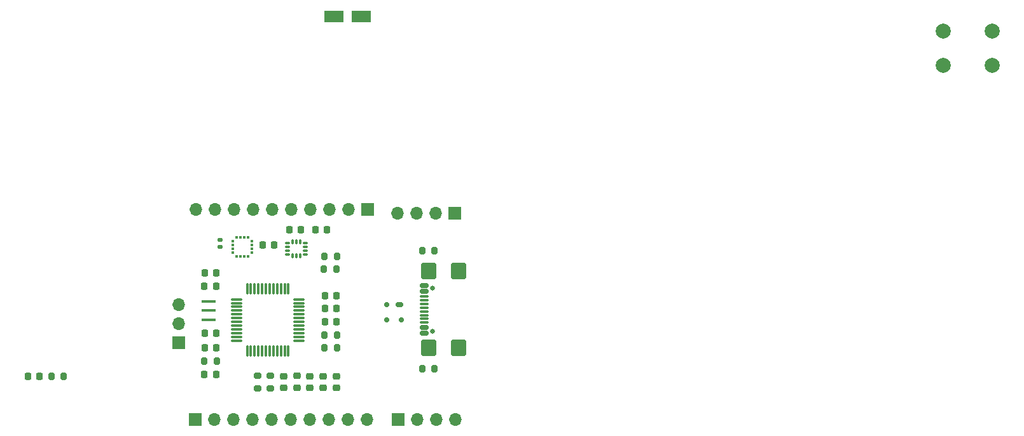
<source format=gbr>
%TF.GenerationSoftware,KiCad,Pcbnew,8.0.5-8.0.5-0~ubuntu24.04.1*%
%TF.CreationDate,2025-02-20T13:25:03+01:00*%
%TF.ProjectId,dev_board_M0,6465765f-626f-4617-9264-5f4d302e6b69,rev?*%
%TF.SameCoordinates,Original*%
%TF.FileFunction,Soldermask,Top*%
%TF.FilePolarity,Negative*%
%FSLAX46Y46*%
G04 Gerber Fmt 4.6, Leading zero omitted, Abs format (unit mm)*
G04 Created by KiCad (PCBNEW 8.0.5-8.0.5-0~ubuntu24.04.1) date 2025-02-20 13:25:03*
%MOMM*%
%LPD*%
G01*
G04 APERTURE LIST*
G04 Aperture macros list*
%AMRoundRect*
0 Rectangle with rounded corners*
0 $1 Rounding radius*
0 $2 $3 $4 $5 $6 $7 $8 $9 X,Y pos of 4 corners*
0 Add a 4 corners polygon primitive as box body*
4,1,4,$2,$3,$4,$5,$6,$7,$8,$9,$2,$3,0*
0 Add four circle primitives for the rounded corners*
1,1,$1+$1,$2,$3*
1,1,$1+$1,$4,$5*
1,1,$1+$1,$6,$7*
1,1,$1+$1,$8,$9*
0 Add four rect primitives between the rounded corners*
20,1,$1+$1,$2,$3,$4,$5,0*
20,1,$1+$1,$4,$5,$6,$7,0*
20,1,$1+$1,$6,$7,$8,$9,0*
20,1,$1+$1,$8,$9,$2,$3,0*%
G04 Aperture macros list end*
%ADD10RoundRect,0.218750X-0.218750X-0.256250X0.218750X-0.256250X0.218750X0.256250X-0.218750X0.256250X0*%
%ADD11RoundRect,0.200000X-0.200000X-0.275000X0.200000X-0.275000X0.200000X0.275000X-0.200000X0.275000X0*%
%ADD12RoundRect,0.225000X-0.225000X-0.250000X0.225000X-0.250000X0.225000X0.250000X-0.225000X0.250000X0*%
%ADD13RoundRect,0.250000X-1.050000X-0.550000X1.050000X-0.550000X1.050000X0.550000X-1.050000X0.550000X0*%
%ADD14RoundRect,0.225000X0.225000X0.250000X-0.225000X0.250000X-0.225000X-0.250000X0.225000X-0.250000X0*%
%ADD15RoundRect,0.200000X-0.275000X0.200000X-0.275000X-0.200000X0.275000X-0.200000X0.275000X0.200000X0*%
%ADD16RoundRect,0.075000X-0.662500X-0.075000X0.662500X-0.075000X0.662500X0.075000X-0.662500X0.075000X0*%
%ADD17RoundRect,0.075000X-0.075000X-0.662500X0.075000X-0.662500X0.075000X0.662500X-0.075000X0.662500X0*%
%ADD18RoundRect,0.087500X0.225000X0.087500X-0.225000X0.087500X-0.225000X-0.087500X0.225000X-0.087500X0*%
%ADD19RoundRect,0.087500X0.087500X0.225000X-0.087500X0.225000X-0.087500X-0.225000X0.087500X-0.225000X0*%
%ADD20RoundRect,0.175000X-0.325000X0.175000X-0.325000X-0.175000X0.325000X-0.175000X0.325000X0.175000X0*%
%ADD21RoundRect,0.150000X-0.150000X0.200000X-0.150000X-0.200000X0.150000X-0.200000X0.150000X0.200000X0*%
%ADD22RoundRect,0.250000X0.750000X-0.840000X0.750000X0.840000X-0.750000X0.840000X-0.750000X-0.840000X0*%
%ADD23RoundRect,0.150000X0.425000X-0.150000X0.425000X0.150000X-0.425000X0.150000X-0.425000X-0.150000X0*%
%ADD24RoundRect,0.075000X0.500000X-0.075000X0.500000X0.075000X-0.500000X0.075000X-0.500000X-0.075000X0*%
%ADD25C,0.650000*%
%ADD26RoundRect,0.218750X-0.256250X0.218750X-0.256250X-0.218750X0.256250X-0.218750X0.256250X0.218750X0*%
%ADD27RoundRect,0.140000X-0.170000X0.140000X-0.170000X-0.140000X0.170000X-0.140000X0.170000X0.140000X0*%
%ADD28R,1.700000X1.700000*%
%ADD29O,1.700000X1.700000*%
%ADD30R,0.450000X0.300000*%
%ADD31R,0.300000X0.450000*%
%ADD32RoundRect,0.225000X-0.250000X0.225000X-0.250000X-0.225000X0.250000X-0.225000X0.250000X0.225000X0*%
%ADD33RoundRect,0.218750X0.256250X-0.218750X0.256250X0.218750X-0.256250X0.218750X-0.256250X-0.218750X0*%
%ADD34R,1.900000X0.400000*%
%ADD35RoundRect,0.200000X0.200000X0.275000X-0.200000X0.275000X-0.200000X-0.275000X0.200000X-0.275000X0*%
%ADD36C,2.000000*%
G04 APERTURE END LIST*
D10*
%TO.C,D5*%
X87425000Y-86250000D03*
X89000000Y-86250000D03*
%TD*%
D11*
%TO.C,R1*%
X90562500Y-86250000D03*
X92212500Y-86250000D03*
%TD*%
%TO.C,R7*%
X126950000Y-82500000D03*
X128600000Y-82500000D03*
%TD*%
D12*
%TO.C,C20*%
X127000000Y-75500000D03*
X128550000Y-75500000D03*
%TD*%
%TO.C,C4*%
X125725000Y-66750000D03*
X127275000Y-66750000D03*
%TD*%
D13*
%TO.C,C2*%
X128200000Y-38250000D03*
X131800000Y-38250000D03*
%TD*%
D11*
%TO.C,R14*%
X139920000Y-69500000D03*
X141570000Y-69500000D03*
%TD*%
D14*
%TO.C,C18*%
X112525000Y-82500000D03*
X110975000Y-82500000D03*
%TD*%
D11*
%TO.C,R8*%
X126950000Y-80750000D03*
X128600000Y-80750000D03*
%TD*%
D15*
%TO.C,R5*%
X118000000Y-86212500D03*
X118000000Y-87862500D03*
%TD*%
D11*
%TO.C,R13*%
X139920000Y-85250000D03*
X141570000Y-85250000D03*
%TD*%
D14*
%TO.C,C21*%
X112500000Y-86000000D03*
X110950000Y-86000000D03*
%TD*%
D16*
%TO.C,U2*%
X115225000Y-76000000D03*
X115225000Y-76500000D03*
X115225000Y-77000000D03*
X115225000Y-77500000D03*
X115225000Y-78000000D03*
X115225000Y-78500000D03*
X115225000Y-79000000D03*
X115225000Y-79500000D03*
X115225000Y-80000000D03*
X115225000Y-80500000D03*
X115225000Y-81000000D03*
X115225000Y-81500000D03*
D17*
X116637500Y-82912500D03*
X117137500Y-82912500D03*
X117637500Y-82912500D03*
X118137500Y-82912500D03*
X118637500Y-82912500D03*
X119137500Y-82912500D03*
X119637500Y-82912500D03*
X120137500Y-82912500D03*
X120637500Y-82912500D03*
X121137500Y-82912500D03*
X121637500Y-82912500D03*
X122137500Y-82912500D03*
D16*
X123550000Y-81500000D03*
X123550000Y-81000000D03*
X123550000Y-80500000D03*
X123550000Y-80000000D03*
X123550000Y-79500000D03*
X123550000Y-79000000D03*
X123550000Y-78500000D03*
X123550000Y-78000000D03*
X123550000Y-77500000D03*
X123550000Y-77000000D03*
X123550000Y-76500000D03*
X123550000Y-76000000D03*
D17*
X122137500Y-74587500D03*
X121637500Y-74587500D03*
X121137500Y-74587500D03*
X120637500Y-74587500D03*
X120137500Y-74587500D03*
X119637500Y-74587500D03*
X119137500Y-74587500D03*
X118637500Y-74587500D03*
X118137500Y-74587500D03*
X117637500Y-74587500D03*
X117137500Y-74587500D03*
X116637500Y-74587500D03*
%TD*%
D14*
%TO.C,C15*%
X112500000Y-74250000D03*
X110950000Y-74250000D03*
%TD*%
D18*
%TO.C,U1*%
X124375000Y-70000000D03*
X124375000Y-69500000D03*
X124375000Y-69000000D03*
X124375000Y-68500000D03*
D19*
X123712500Y-68337500D03*
X123212500Y-68337500D03*
X122712500Y-68337500D03*
D18*
X122050000Y-68500000D03*
X122050000Y-69000000D03*
X122050000Y-69500000D03*
X122050000Y-70000000D03*
D19*
X122712500Y-70162500D03*
X123212500Y-70162500D03*
X123712500Y-70162500D03*
%TD*%
D20*
%TO.C,D6*%
X136945000Y-76750000D03*
D21*
X135245000Y-76750000D03*
X135245000Y-78750000D03*
X137145000Y-78750000D03*
%TD*%
D22*
%TO.C,J1*%
X144750000Y-72250000D03*
X140820000Y-72250000D03*
X144750000Y-82470000D03*
X140820000Y-82470000D03*
D23*
X140245000Y-80560000D03*
X140245000Y-79760000D03*
D24*
X140245000Y-79110000D03*
X140245000Y-78110000D03*
X140245000Y-76610000D03*
X140245000Y-75610000D03*
D23*
X140245000Y-74960000D03*
X140245000Y-74160000D03*
X140245000Y-74160000D03*
X140245000Y-74960000D03*
D24*
X140245000Y-76110000D03*
X140245000Y-77110000D03*
X140245000Y-77610000D03*
X140245000Y-78610000D03*
D23*
X140245000Y-79760000D03*
X140245000Y-80560000D03*
D25*
X141320000Y-74470000D03*
X141320000Y-80250000D03*
%TD*%
D12*
%TO.C,C13*%
X126975000Y-79000000D03*
X128525000Y-79000000D03*
%TD*%
D26*
%TO.C,D3*%
X121500000Y-86250000D03*
X121500000Y-87825000D03*
%TD*%
D11*
%TO.C,R3*%
X126850000Y-72000000D03*
X128500000Y-72000000D03*
%TD*%
D27*
%TO.C,C1*%
X113000000Y-68040000D03*
X113000000Y-69000000D03*
%TD*%
D12*
%TO.C,C3*%
X118700000Y-68750000D03*
X120250000Y-68750000D03*
%TD*%
D11*
%TO.C,R4*%
X126925000Y-70250000D03*
X128575000Y-70250000D03*
%TD*%
D28*
%TO.C,J6*%
X107500000Y-81830000D03*
D29*
X107500000Y-79290000D03*
X107500000Y-76750000D03*
%TD*%
D14*
%TO.C,C17*%
X112550000Y-80500000D03*
X111000000Y-80500000D03*
%TD*%
D30*
%TO.C,U3*%
X117250000Y-69750000D03*
X117250000Y-69250000D03*
X117250000Y-68750000D03*
X117250000Y-68250000D03*
D31*
X116725000Y-67725000D03*
X116225000Y-67725000D03*
X115725000Y-67725000D03*
X115225000Y-67725000D03*
D30*
X114700000Y-68250000D03*
X114700000Y-68750000D03*
X114700000Y-69250000D03*
X114700000Y-69750000D03*
D31*
X115225000Y-70275000D03*
X115725000Y-70275000D03*
X116225000Y-70275000D03*
X116725000Y-70275000D03*
%TD*%
D32*
%TO.C,C14*%
X123250000Y-86225000D03*
X123250000Y-87775000D03*
%TD*%
D12*
%TO.C,C19*%
X127000000Y-77250000D03*
X128550000Y-77250000D03*
%TD*%
D14*
%TO.C,C16*%
X112550000Y-72500000D03*
X111000000Y-72500000D03*
%TD*%
D15*
%TO.C,R6*%
X119750000Y-86212500D03*
X119750000Y-87862500D03*
%TD*%
D33*
%TO.C,D2*%
X126750000Y-87825000D03*
X126750000Y-86250000D03*
%TD*%
D34*
%TO.C,Y2*%
X111550000Y-76300000D03*
X111550000Y-77500000D03*
X111550000Y-78700000D03*
%TD*%
D33*
%TO.C,D1*%
X128500000Y-87825000D03*
X128500000Y-86250000D03*
%TD*%
D12*
%TO.C,C5*%
X122225000Y-66750000D03*
X123775000Y-66750000D03*
%TD*%
D35*
%TO.C,R2*%
X112575000Y-84250000D03*
X110925000Y-84250000D03*
%TD*%
D26*
%TO.C,D4*%
X125000000Y-86250000D03*
X125000000Y-87825000D03*
%TD*%
D36*
%TO.C,SW1*%
X209310000Y-40250000D03*
X215810000Y-40250000D03*
X209310000Y-44750000D03*
X215810000Y-44750000D03*
%TD*%
D28*
%TO.C,J5*%
X136750000Y-92000000D03*
D29*
X139290000Y-92000000D03*
X141830000Y-92000000D03*
X144370000Y-92000000D03*
%TD*%
D28*
%TO.C,J3*%
X109720000Y-92000000D03*
D29*
X112260000Y-92000000D03*
X114800000Y-92000000D03*
X117340000Y-92000000D03*
X119880000Y-92000000D03*
X122420000Y-92000000D03*
X124960000Y-92000000D03*
X127500000Y-92000000D03*
X130040000Y-92000000D03*
X132580000Y-92000000D03*
%TD*%
%TO.C,J4*%
X109800000Y-64000000D03*
X112340000Y-64000000D03*
X114880000Y-64000000D03*
X117420000Y-64000000D03*
X119960000Y-64000000D03*
X122500000Y-64000000D03*
X125040000Y-64000000D03*
X127580000Y-64000000D03*
X130120000Y-64000000D03*
D28*
X132660000Y-64000000D03*
%TD*%
%TO.C,J2*%
X144250000Y-64500000D03*
D29*
X141710000Y-64500000D03*
X139170000Y-64500000D03*
X136630000Y-64500000D03*
%TD*%
M02*

</source>
